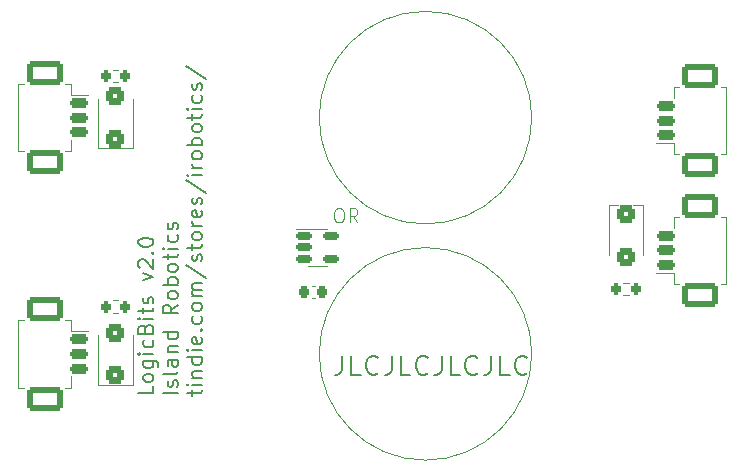
<source format=gbr>
%TF.GenerationSoftware,KiCad,Pcbnew,7.0.8*%
%TF.CreationDate,2024-03-12T18:38:59-04:00*%
%TF.ProjectId,ORgate,4f526761-7465-42e6-9b69-6361645f7063,rev?*%
%TF.SameCoordinates,Original*%
%TF.FileFunction,Legend,Top*%
%TF.FilePolarity,Positive*%
%FSLAX46Y46*%
G04 Gerber Fmt 4.6, Leading zero omitted, Abs format (unit mm)*
G04 Created by KiCad (PCBNEW 7.0.8) date 2024-03-12 18:38:59*
%MOMM*%
%LPD*%
G01*
G04 APERTURE LIST*
G04 Aperture macros list*
%AMRoundRect*
0 Rectangle with rounded corners*
0 $1 Rounding radius*
0 $2 $3 $4 $5 $6 $7 $8 $9 X,Y pos of 4 corners*
0 Add a 4 corners polygon primitive as box body*
4,1,4,$2,$3,$4,$5,$6,$7,$8,$9,$2,$3,0*
0 Add four circle primitives for the rounded corners*
1,1,$1+$1,$2,$3*
1,1,$1+$1,$4,$5*
1,1,$1+$1,$6,$7*
1,1,$1+$1,$8,$9*
0 Add four rect primitives between the rounded corners*
20,1,$1+$1,$2,$3,$4,$5,0*
20,1,$1+$1,$4,$5,$6,$7,0*
20,1,$1+$1,$6,$7,$8,$9,0*
20,1,$1+$1,$8,$9,$2,$3,0*%
G04 Aperture macros list end*
%ADD10C,0.100000*%
%ADD11C,0.142240*%
%ADD12C,0.101600*%
%ADD13C,0.120000*%
%ADD14RoundRect,0.200000X-0.600000X0.200000X-0.600000X-0.200000X0.600000X-0.200000X0.600000X0.200000X0*%
%ADD15RoundRect,0.250001X-1.249999X0.799999X-1.249999X-0.799999X1.249999X-0.799999X1.249999X0.799999X0*%
%ADD16O,2.600000X2.100000*%
%ADD17RoundRect,0.300000X0.500000X-0.450000X0.500000X0.450000X-0.500000X0.450000X-0.500000X-0.450000X0*%
%ADD18RoundRect,0.200000X0.600000X-0.200000X0.600000X0.200000X-0.600000X0.200000X-0.600000X-0.200000X0*%
%ADD19RoundRect,0.250001X1.249999X-0.799999X1.249999X0.799999X-1.249999X0.799999X-1.249999X-0.799999X0*%
%ADD20RoundRect,0.300000X-0.500000X0.450000X-0.500000X-0.450000X0.500000X-0.450000X0.500000X0.450000X0*%
%ADD21RoundRect,0.150000X-0.512500X-0.150000X0.512500X-0.150000X0.512500X0.150000X-0.512500X0.150000X0*%
%ADD22RoundRect,0.200000X-0.200000X-0.275000X0.200000X-0.275000X0.200000X0.275000X-0.200000X0.275000X0*%
%ADD23RoundRect,0.225000X0.225000X0.250000X-0.225000X0.250000X-0.225000X-0.250000X0.225000X-0.250000X0*%
G04 APERTURE END LIST*
D10*
X161501100Y-115003600D02*
G75*
G03*
X161501100Y-115003600I-9000000J0D01*
G01*
X161501100Y-95003600D02*
G75*
G03*
X161501100Y-95003600I-9000000J0D01*
G01*
D11*
X145451504Y-115160257D02*
X145451504Y-116328657D01*
X145451504Y-116328657D02*
X145373611Y-116562337D01*
X145373611Y-116562337D02*
X145217824Y-116718124D01*
X145217824Y-116718124D02*
X144984144Y-116796017D01*
X144984144Y-116796017D02*
X144828358Y-116796017D01*
X147009371Y-116796017D02*
X146230437Y-116796017D01*
X146230437Y-116796017D02*
X146230437Y-115160257D01*
X148489344Y-116640230D02*
X148411451Y-116718124D01*
X148411451Y-116718124D02*
X148177771Y-116796017D01*
X148177771Y-116796017D02*
X148021984Y-116796017D01*
X148021984Y-116796017D02*
X147788304Y-116718124D01*
X147788304Y-116718124D02*
X147632518Y-116562337D01*
X147632518Y-116562337D02*
X147554624Y-116406550D01*
X147554624Y-116406550D02*
X147476731Y-116094977D01*
X147476731Y-116094977D02*
X147476731Y-115861297D01*
X147476731Y-115861297D02*
X147554624Y-115549724D01*
X147554624Y-115549724D02*
X147632518Y-115393937D01*
X147632518Y-115393937D02*
X147788304Y-115238150D01*
X147788304Y-115238150D02*
X148021984Y-115160257D01*
X148021984Y-115160257D02*
X148177771Y-115160257D01*
X148177771Y-115160257D02*
X148411451Y-115238150D01*
X148411451Y-115238150D02*
X148489344Y-115316044D01*
X149657744Y-115160257D02*
X149657744Y-116328657D01*
X149657744Y-116328657D02*
X149579851Y-116562337D01*
X149579851Y-116562337D02*
X149424064Y-116718124D01*
X149424064Y-116718124D02*
X149190384Y-116796017D01*
X149190384Y-116796017D02*
X149034598Y-116796017D01*
X151215611Y-116796017D02*
X150436677Y-116796017D01*
X150436677Y-116796017D02*
X150436677Y-115160257D01*
X152695584Y-116640230D02*
X152617691Y-116718124D01*
X152617691Y-116718124D02*
X152384011Y-116796017D01*
X152384011Y-116796017D02*
X152228224Y-116796017D01*
X152228224Y-116796017D02*
X151994544Y-116718124D01*
X151994544Y-116718124D02*
X151838758Y-116562337D01*
X151838758Y-116562337D02*
X151760864Y-116406550D01*
X151760864Y-116406550D02*
X151682971Y-116094977D01*
X151682971Y-116094977D02*
X151682971Y-115861297D01*
X151682971Y-115861297D02*
X151760864Y-115549724D01*
X151760864Y-115549724D02*
X151838758Y-115393937D01*
X151838758Y-115393937D02*
X151994544Y-115238150D01*
X151994544Y-115238150D02*
X152228224Y-115160257D01*
X152228224Y-115160257D02*
X152384011Y-115160257D01*
X152384011Y-115160257D02*
X152617691Y-115238150D01*
X152617691Y-115238150D02*
X152695584Y-115316044D01*
X153863984Y-115160257D02*
X153863984Y-116328657D01*
X153863984Y-116328657D02*
X153786091Y-116562337D01*
X153786091Y-116562337D02*
X153630304Y-116718124D01*
X153630304Y-116718124D02*
X153396624Y-116796017D01*
X153396624Y-116796017D02*
X153240838Y-116796017D01*
X155421851Y-116796017D02*
X154642917Y-116796017D01*
X154642917Y-116796017D02*
X154642917Y-115160257D01*
X156901824Y-116640230D02*
X156823931Y-116718124D01*
X156823931Y-116718124D02*
X156590251Y-116796017D01*
X156590251Y-116796017D02*
X156434464Y-116796017D01*
X156434464Y-116796017D02*
X156200784Y-116718124D01*
X156200784Y-116718124D02*
X156044998Y-116562337D01*
X156044998Y-116562337D02*
X155967104Y-116406550D01*
X155967104Y-116406550D02*
X155889211Y-116094977D01*
X155889211Y-116094977D02*
X155889211Y-115861297D01*
X155889211Y-115861297D02*
X155967104Y-115549724D01*
X155967104Y-115549724D02*
X156044998Y-115393937D01*
X156044998Y-115393937D02*
X156200784Y-115238150D01*
X156200784Y-115238150D02*
X156434464Y-115160257D01*
X156434464Y-115160257D02*
X156590251Y-115160257D01*
X156590251Y-115160257D02*
X156823931Y-115238150D01*
X156823931Y-115238150D02*
X156901824Y-115316044D01*
X158070224Y-115160257D02*
X158070224Y-116328657D01*
X158070224Y-116328657D02*
X157992331Y-116562337D01*
X157992331Y-116562337D02*
X157836544Y-116718124D01*
X157836544Y-116718124D02*
X157602864Y-116796017D01*
X157602864Y-116796017D02*
X157447078Y-116796017D01*
X159628091Y-116796017D02*
X158849157Y-116796017D01*
X158849157Y-116796017D02*
X158849157Y-115160257D01*
X161108064Y-116640230D02*
X161030171Y-116718124D01*
X161030171Y-116718124D02*
X160796491Y-116796017D01*
X160796491Y-116796017D02*
X160640704Y-116796017D01*
X160640704Y-116796017D02*
X160407024Y-116718124D01*
X160407024Y-116718124D02*
X160251238Y-116562337D01*
X160251238Y-116562337D02*
X160173344Y-116406550D01*
X160173344Y-116406550D02*
X160095451Y-116094977D01*
X160095451Y-116094977D02*
X160095451Y-115861297D01*
X160095451Y-115861297D02*
X160173344Y-115549724D01*
X160173344Y-115549724D02*
X160251238Y-115393937D01*
X160251238Y-115393937D02*
X160407024Y-115238150D01*
X160407024Y-115238150D02*
X160640704Y-115160257D01*
X160640704Y-115160257D02*
X160796491Y-115160257D01*
X160796491Y-115160257D02*
X161030171Y-115238150D01*
X161030171Y-115238150D02*
X161108064Y-115316044D01*
X129463820Y-117742022D02*
X129463820Y-118351622D01*
X129463820Y-118351622D02*
X128183660Y-118351622D01*
X129463820Y-117132422D02*
X129402860Y-117254342D01*
X129402860Y-117254342D02*
X129341900Y-117315302D01*
X129341900Y-117315302D02*
X129219980Y-117376262D01*
X129219980Y-117376262D02*
X128854220Y-117376262D01*
X128854220Y-117376262D02*
X128732300Y-117315302D01*
X128732300Y-117315302D02*
X128671340Y-117254342D01*
X128671340Y-117254342D02*
X128610380Y-117132422D01*
X128610380Y-117132422D02*
X128610380Y-116949542D01*
X128610380Y-116949542D02*
X128671340Y-116827622D01*
X128671340Y-116827622D02*
X128732300Y-116766662D01*
X128732300Y-116766662D02*
X128854220Y-116705702D01*
X128854220Y-116705702D02*
X129219980Y-116705702D01*
X129219980Y-116705702D02*
X129341900Y-116766662D01*
X129341900Y-116766662D02*
X129402860Y-116827622D01*
X129402860Y-116827622D02*
X129463820Y-116949542D01*
X129463820Y-116949542D02*
X129463820Y-117132422D01*
X128610380Y-115608422D02*
X129646700Y-115608422D01*
X129646700Y-115608422D02*
X129768620Y-115669382D01*
X129768620Y-115669382D02*
X129829580Y-115730342D01*
X129829580Y-115730342D02*
X129890540Y-115852262D01*
X129890540Y-115852262D02*
X129890540Y-116035142D01*
X129890540Y-116035142D02*
X129829580Y-116157062D01*
X129402860Y-115608422D02*
X129463820Y-115730342D01*
X129463820Y-115730342D02*
X129463820Y-115974182D01*
X129463820Y-115974182D02*
X129402860Y-116096102D01*
X129402860Y-116096102D02*
X129341900Y-116157062D01*
X129341900Y-116157062D02*
X129219980Y-116218022D01*
X129219980Y-116218022D02*
X128854220Y-116218022D01*
X128854220Y-116218022D02*
X128732300Y-116157062D01*
X128732300Y-116157062D02*
X128671340Y-116096102D01*
X128671340Y-116096102D02*
X128610380Y-115974182D01*
X128610380Y-115974182D02*
X128610380Y-115730342D01*
X128610380Y-115730342D02*
X128671340Y-115608422D01*
X129463820Y-114998822D02*
X128610380Y-114998822D01*
X128183660Y-114998822D02*
X128244620Y-115059782D01*
X128244620Y-115059782D02*
X128305580Y-114998822D01*
X128305580Y-114998822D02*
X128244620Y-114937862D01*
X128244620Y-114937862D02*
X128183660Y-114998822D01*
X128183660Y-114998822D02*
X128305580Y-114998822D01*
X129402860Y-113840582D02*
X129463820Y-113962502D01*
X129463820Y-113962502D02*
X129463820Y-114206342D01*
X129463820Y-114206342D02*
X129402860Y-114328262D01*
X129402860Y-114328262D02*
X129341900Y-114389222D01*
X129341900Y-114389222D02*
X129219980Y-114450182D01*
X129219980Y-114450182D02*
X128854220Y-114450182D01*
X128854220Y-114450182D02*
X128732300Y-114389222D01*
X128732300Y-114389222D02*
X128671340Y-114328262D01*
X128671340Y-114328262D02*
X128610380Y-114206342D01*
X128610380Y-114206342D02*
X128610380Y-113962502D01*
X128610380Y-113962502D02*
X128671340Y-113840582D01*
X128793260Y-112865222D02*
X128854220Y-112682342D01*
X128854220Y-112682342D02*
X128915180Y-112621382D01*
X128915180Y-112621382D02*
X129037100Y-112560422D01*
X129037100Y-112560422D02*
X129219980Y-112560422D01*
X129219980Y-112560422D02*
X129341900Y-112621382D01*
X129341900Y-112621382D02*
X129402860Y-112682342D01*
X129402860Y-112682342D02*
X129463820Y-112804262D01*
X129463820Y-112804262D02*
X129463820Y-113291942D01*
X129463820Y-113291942D02*
X128183660Y-113291942D01*
X128183660Y-113291942D02*
X128183660Y-112865222D01*
X128183660Y-112865222D02*
X128244620Y-112743302D01*
X128244620Y-112743302D02*
X128305580Y-112682342D01*
X128305580Y-112682342D02*
X128427500Y-112621382D01*
X128427500Y-112621382D02*
X128549420Y-112621382D01*
X128549420Y-112621382D02*
X128671340Y-112682342D01*
X128671340Y-112682342D02*
X128732300Y-112743302D01*
X128732300Y-112743302D02*
X128793260Y-112865222D01*
X128793260Y-112865222D02*
X128793260Y-113291942D01*
X129463820Y-112011782D02*
X128610380Y-112011782D01*
X128183660Y-112011782D02*
X128244620Y-112072742D01*
X128244620Y-112072742D02*
X128305580Y-112011782D01*
X128305580Y-112011782D02*
X128244620Y-111950822D01*
X128244620Y-111950822D02*
X128183660Y-112011782D01*
X128183660Y-112011782D02*
X128305580Y-112011782D01*
X128610380Y-111585062D02*
X128610380Y-111097382D01*
X128183660Y-111402182D02*
X129280940Y-111402182D01*
X129280940Y-111402182D02*
X129402860Y-111341222D01*
X129402860Y-111341222D02*
X129463820Y-111219302D01*
X129463820Y-111219302D02*
X129463820Y-111097382D01*
X129402860Y-110731622D02*
X129463820Y-110609702D01*
X129463820Y-110609702D02*
X129463820Y-110365862D01*
X129463820Y-110365862D02*
X129402860Y-110243942D01*
X129402860Y-110243942D02*
X129280940Y-110182982D01*
X129280940Y-110182982D02*
X129219980Y-110182982D01*
X129219980Y-110182982D02*
X129098060Y-110243942D01*
X129098060Y-110243942D02*
X129037100Y-110365862D01*
X129037100Y-110365862D02*
X129037100Y-110548742D01*
X129037100Y-110548742D02*
X128976140Y-110670662D01*
X128976140Y-110670662D02*
X128854220Y-110731622D01*
X128854220Y-110731622D02*
X128793260Y-110731622D01*
X128793260Y-110731622D02*
X128671340Y-110670662D01*
X128671340Y-110670662D02*
X128610380Y-110548742D01*
X128610380Y-110548742D02*
X128610380Y-110365862D01*
X128610380Y-110365862D02*
X128671340Y-110243942D01*
X128610380Y-108780902D02*
X129463820Y-108476102D01*
X129463820Y-108476102D02*
X128610380Y-108171302D01*
X128305580Y-107744582D02*
X128244620Y-107683622D01*
X128244620Y-107683622D02*
X128183660Y-107561702D01*
X128183660Y-107561702D02*
X128183660Y-107256902D01*
X128183660Y-107256902D02*
X128244620Y-107134982D01*
X128244620Y-107134982D02*
X128305580Y-107074022D01*
X128305580Y-107074022D02*
X128427500Y-107013062D01*
X128427500Y-107013062D02*
X128549420Y-107013062D01*
X128549420Y-107013062D02*
X128732300Y-107074022D01*
X128732300Y-107074022D02*
X129463820Y-107805542D01*
X129463820Y-107805542D02*
X129463820Y-107013062D01*
X129341900Y-106464422D02*
X129402860Y-106403462D01*
X129402860Y-106403462D02*
X129463820Y-106464422D01*
X129463820Y-106464422D02*
X129402860Y-106525382D01*
X129402860Y-106525382D02*
X129341900Y-106464422D01*
X129341900Y-106464422D02*
X129463820Y-106464422D01*
X128183660Y-105610982D02*
X128183660Y-105489062D01*
X128183660Y-105489062D02*
X128244620Y-105367142D01*
X128244620Y-105367142D02*
X128305580Y-105306182D01*
X128305580Y-105306182D02*
X128427500Y-105245222D01*
X128427500Y-105245222D02*
X128671340Y-105184262D01*
X128671340Y-105184262D02*
X128976140Y-105184262D01*
X128976140Y-105184262D02*
X129219980Y-105245222D01*
X129219980Y-105245222D02*
X129341900Y-105306182D01*
X129341900Y-105306182D02*
X129402860Y-105367142D01*
X129402860Y-105367142D02*
X129463820Y-105489062D01*
X129463820Y-105489062D02*
X129463820Y-105610982D01*
X129463820Y-105610982D02*
X129402860Y-105732902D01*
X129402860Y-105732902D02*
X129341900Y-105793862D01*
X129341900Y-105793862D02*
X129219980Y-105854822D01*
X129219980Y-105854822D02*
X128976140Y-105915782D01*
X128976140Y-105915782D02*
X128671340Y-105915782D01*
X128671340Y-105915782D02*
X128427500Y-105854822D01*
X128427500Y-105854822D02*
X128305580Y-105793862D01*
X128305580Y-105793862D02*
X128244620Y-105732902D01*
X128244620Y-105732902D02*
X128183660Y-105610982D01*
X131524878Y-118351622D02*
X130244718Y-118351622D01*
X131463918Y-117802982D02*
X131524878Y-117681062D01*
X131524878Y-117681062D02*
X131524878Y-117437222D01*
X131524878Y-117437222D02*
X131463918Y-117315302D01*
X131463918Y-117315302D02*
X131341998Y-117254342D01*
X131341998Y-117254342D02*
X131281038Y-117254342D01*
X131281038Y-117254342D02*
X131159118Y-117315302D01*
X131159118Y-117315302D02*
X131098158Y-117437222D01*
X131098158Y-117437222D02*
X131098158Y-117620102D01*
X131098158Y-117620102D02*
X131037198Y-117742022D01*
X131037198Y-117742022D02*
X130915278Y-117802982D01*
X130915278Y-117802982D02*
X130854318Y-117802982D01*
X130854318Y-117802982D02*
X130732398Y-117742022D01*
X130732398Y-117742022D02*
X130671438Y-117620102D01*
X130671438Y-117620102D02*
X130671438Y-117437222D01*
X130671438Y-117437222D02*
X130732398Y-117315302D01*
X131524878Y-116522822D02*
X131463918Y-116644742D01*
X131463918Y-116644742D02*
X131341998Y-116705702D01*
X131341998Y-116705702D02*
X130244718Y-116705702D01*
X131524878Y-115486502D02*
X130854318Y-115486502D01*
X130854318Y-115486502D02*
X130732398Y-115547462D01*
X130732398Y-115547462D02*
X130671438Y-115669382D01*
X130671438Y-115669382D02*
X130671438Y-115913222D01*
X130671438Y-115913222D02*
X130732398Y-116035142D01*
X131463918Y-115486502D02*
X131524878Y-115608422D01*
X131524878Y-115608422D02*
X131524878Y-115913222D01*
X131524878Y-115913222D02*
X131463918Y-116035142D01*
X131463918Y-116035142D02*
X131341998Y-116096102D01*
X131341998Y-116096102D02*
X131220078Y-116096102D01*
X131220078Y-116096102D02*
X131098158Y-116035142D01*
X131098158Y-116035142D02*
X131037198Y-115913222D01*
X131037198Y-115913222D02*
X131037198Y-115608422D01*
X131037198Y-115608422D02*
X130976238Y-115486502D01*
X130671438Y-114876902D02*
X131524878Y-114876902D01*
X130793358Y-114876902D02*
X130732398Y-114815942D01*
X130732398Y-114815942D02*
X130671438Y-114694022D01*
X130671438Y-114694022D02*
X130671438Y-114511142D01*
X130671438Y-114511142D02*
X130732398Y-114389222D01*
X130732398Y-114389222D02*
X130854318Y-114328262D01*
X130854318Y-114328262D02*
X131524878Y-114328262D01*
X131524878Y-113170022D02*
X130244718Y-113170022D01*
X131463918Y-113170022D02*
X131524878Y-113291942D01*
X131524878Y-113291942D02*
X131524878Y-113535782D01*
X131524878Y-113535782D02*
X131463918Y-113657702D01*
X131463918Y-113657702D02*
X131402958Y-113718662D01*
X131402958Y-113718662D02*
X131281038Y-113779622D01*
X131281038Y-113779622D02*
X130915278Y-113779622D01*
X130915278Y-113779622D02*
X130793358Y-113718662D01*
X130793358Y-113718662D02*
X130732398Y-113657702D01*
X130732398Y-113657702D02*
X130671438Y-113535782D01*
X130671438Y-113535782D02*
X130671438Y-113291942D01*
X130671438Y-113291942D02*
X130732398Y-113170022D01*
X131524878Y-110853542D02*
X130915278Y-111280262D01*
X131524878Y-111585062D02*
X130244718Y-111585062D01*
X130244718Y-111585062D02*
X130244718Y-111097382D01*
X130244718Y-111097382D02*
X130305678Y-110975462D01*
X130305678Y-110975462D02*
X130366638Y-110914502D01*
X130366638Y-110914502D02*
X130488558Y-110853542D01*
X130488558Y-110853542D02*
X130671438Y-110853542D01*
X130671438Y-110853542D02*
X130793358Y-110914502D01*
X130793358Y-110914502D02*
X130854318Y-110975462D01*
X130854318Y-110975462D02*
X130915278Y-111097382D01*
X130915278Y-111097382D02*
X130915278Y-111585062D01*
X131524878Y-110122022D02*
X131463918Y-110243942D01*
X131463918Y-110243942D02*
X131402958Y-110304902D01*
X131402958Y-110304902D02*
X131281038Y-110365862D01*
X131281038Y-110365862D02*
X130915278Y-110365862D01*
X130915278Y-110365862D02*
X130793358Y-110304902D01*
X130793358Y-110304902D02*
X130732398Y-110243942D01*
X130732398Y-110243942D02*
X130671438Y-110122022D01*
X130671438Y-110122022D02*
X130671438Y-109939142D01*
X130671438Y-109939142D02*
X130732398Y-109817222D01*
X130732398Y-109817222D02*
X130793358Y-109756262D01*
X130793358Y-109756262D02*
X130915278Y-109695302D01*
X130915278Y-109695302D02*
X131281038Y-109695302D01*
X131281038Y-109695302D02*
X131402958Y-109756262D01*
X131402958Y-109756262D02*
X131463918Y-109817222D01*
X131463918Y-109817222D02*
X131524878Y-109939142D01*
X131524878Y-109939142D02*
X131524878Y-110122022D01*
X131524878Y-109146662D02*
X130244718Y-109146662D01*
X130732398Y-109146662D02*
X130671438Y-109024742D01*
X130671438Y-109024742D02*
X130671438Y-108780902D01*
X130671438Y-108780902D02*
X130732398Y-108658982D01*
X130732398Y-108658982D02*
X130793358Y-108598022D01*
X130793358Y-108598022D02*
X130915278Y-108537062D01*
X130915278Y-108537062D02*
X131281038Y-108537062D01*
X131281038Y-108537062D02*
X131402958Y-108598022D01*
X131402958Y-108598022D02*
X131463918Y-108658982D01*
X131463918Y-108658982D02*
X131524878Y-108780902D01*
X131524878Y-108780902D02*
X131524878Y-109024742D01*
X131524878Y-109024742D02*
X131463918Y-109146662D01*
X131524878Y-107805542D02*
X131463918Y-107927462D01*
X131463918Y-107927462D02*
X131402958Y-107988422D01*
X131402958Y-107988422D02*
X131281038Y-108049382D01*
X131281038Y-108049382D02*
X130915278Y-108049382D01*
X130915278Y-108049382D02*
X130793358Y-107988422D01*
X130793358Y-107988422D02*
X130732398Y-107927462D01*
X130732398Y-107927462D02*
X130671438Y-107805542D01*
X130671438Y-107805542D02*
X130671438Y-107622662D01*
X130671438Y-107622662D02*
X130732398Y-107500742D01*
X130732398Y-107500742D02*
X130793358Y-107439782D01*
X130793358Y-107439782D02*
X130915278Y-107378822D01*
X130915278Y-107378822D02*
X131281038Y-107378822D01*
X131281038Y-107378822D02*
X131402958Y-107439782D01*
X131402958Y-107439782D02*
X131463918Y-107500742D01*
X131463918Y-107500742D02*
X131524878Y-107622662D01*
X131524878Y-107622662D02*
X131524878Y-107805542D01*
X130671438Y-107013062D02*
X130671438Y-106525382D01*
X130244718Y-106830182D02*
X131341998Y-106830182D01*
X131341998Y-106830182D02*
X131463918Y-106769222D01*
X131463918Y-106769222D02*
X131524878Y-106647302D01*
X131524878Y-106647302D02*
X131524878Y-106525382D01*
X131524878Y-106098662D02*
X130671438Y-106098662D01*
X130244718Y-106098662D02*
X130305678Y-106159622D01*
X130305678Y-106159622D02*
X130366638Y-106098662D01*
X130366638Y-106098662D02*
X130305678Y-106037702D01*
X130305678Y-106037702D02*
X130244718Y-106098662D01*
X130244718Y-106098662D02*
X130366638Y-106098662D01*
X131463918Y-104940422D02*
X131524878Y-105062342D01*
X131524878Y-105062342D02*
X131524878Y-105306182D01*
X131524878Y-105306182D02*
X131463918Y-105428102D01*
X131463918Y-105428102D02*
X131402958Y-105489062D01*
X131402958Y-105489062D02*
X131281038Y-105550022D01*
X131281038Y-105550022D02*
X130915278Y-105550022D01*
X130915278Y-105550022D02*
X130793358Y-105489062D01*
X130793358Y-105489062D02*
X130732398Y-105428102D01*
X130732398Y-105428102D02*
X130671438Y-105306182D01*
X130671438Y-105306182D02*
X130671438Y-105062342D01*
X130671438Y-105062342D02*
X130732398Y-104940422D01*
X131463918Y-104452742D02*
X131524878Y-104330822D01*
X131524878Y-104330822D02*
X131524878Y-104086982D01*
X131524878Y-104086982D02*
X131463918Y-103965062D01*
X131463918Y-103965062D02*
X131341998Y-103904102D01*
X131341998Y-103904102D02*
X131281038Y-103904102D01*
X131281038Y-103904102D02*
X131159118Y-103965062D01*
X131159118Y-103965062D02*
X131098158Y-104086982D01*
X131098158Y-104086982D02*
X131098158Y-104269862D01*
X131098158Y-104269862D02*
X131037198Y-104391782D01*
X131037198Y-104391782D02*
X130915278Y-104452742D01*
X130915278Y-104452742D02*
X130854318Y-104452742D01*
X130854318Y-104452742D02*
X130732398Y-104391782D01*
X130732398Y-104391782D02*
X130671438Y-104269862D01*
X130671438Y-104269862D02*
X130671438Y-104086982D01*
X130671438Y-104086982D02*
X130732398Y-103965062D01*
X132732496Y-118534502D02*
X132732496Y-118046822D01*
X132305776Y-118351622D02*
X133403056Y-118351622D01*
X133403056Y-118351622D02*
X133524976Y-118290662D01*
X133524976Y-118290662D02*
X133585936Y-118168742D01*
X133585936Y-118168742D02*
X133585936Y-118046822D01*
X133585936Y-117620102D02*
X132732496Y-117620102D01*
X132305776Y-117620102D02*
X132366736Y-117681062D01*
X132366736Y-117681062D02*
X132427696Y-117620102D01*
X132427696Y-117620102D02*
X132366736Y-117559142D01*
X132366736Y-117559142D02*
X132305776Y-117620102D01*
X132305776Y-117620102D02*
X132427696Y-117620102D01*
X132732496Y-117010502D02*
X133585936Y-117010502D01*
X132854416Y-117010502D02*
X132793456Y-116949542D01*
X132793456Y-116949542D02*
X132732496Y-116827622D01*
X132732496Y-116827622D02*
X132732496Y-116644742D01*
X132732496Y-116644742D02*
X132793456Y-116522822D01*
X132793456Y-116522822D02*
X132915376Y-116461862D01*
X132915376Y-116461862D02*
X133585936Y-116461862D01*
X133585936Y-115303622D02*
X132305776Y-115303622D01*
X133524976Y-115303622D02*
X133585936Y-115425542D01*
X133585936Y-115425542D02*
X133585936Y-115669382D01*
X133585936Y-115669382D02*
X133524976Y-115791302D01*
X133524976Y-115791302D02*
X133464016Y-115852262D01*
X133464016Y-115852262D02*
X133342096Y-115913222D01*
X133342096Y-115913222D02*
X132976336Y-115913222D01*
X132976336Y-115913222D02*
X132854416Y-115852262D01*
X132854416Y-115852262D02*
X132793456Y-115791302D01*
X132793456Y-115791302D02*
X132732496Y-115669382D01*
X132732496Y-115669382D02*
X132732496Y-115425542D01*
X132732496Y-115425542D02*
X132793456Y-115303622D01*
X133585936Y-114694022D02*
X132732496Y-114694022D01*
X132305776Y-114694022D02*
X132366736Y-114754982D01*
X132366736Y-114754982D02*
X132427696Y-114694022D01*
X132427696Y-114694022D02*
X132366736Y-114633062D01*
X132366736Y-114633062D02*
X132305776Y-114694022D01*
X132305776Y-114694022D02*
X132427696Y-114694022D01*
X133524976Y-113596742D02*
X133585936Y-113718662D01*
X133585936Y-113718662D02*
X133585936Y-113962502D01*
X133585936Y-113962502D02*
X133524976Y-114084422D01*
X133524976Y-114084422D02*
X133403056Y-114145382D01*
X133403056Y-114145382D02*
X132915376Y-114145382D01*
X132915376Y-114145382D02*
X132793456Y-114084422D01*
X132793456Y-114084422D02*
X132732496Y-113962502D01*
X132732496Y-113962502D02*
X132732496Y-113718662D01*
X132732496Y-113718662D02*
X132793456Y-113596742D01*
X132793456Y-113596742D02*
X132915376Y-113535782D01*
X132915376Y-113535782D02*
X133037296Y-113535782D01*
X133037296Y-113535782D02*
X133159216Y-114145382D01*
X133464016Y-112987142D02*
X133524976Y-112926182D01*
X133524976Y-112926182D02*
X133585936Y-112987142D01*
X133585936Y-112987142D02*
X133524976Y-113048102D01*
X133524976Y-113048102D02*
X133464016Y-112987142D01*
X133464016Y-112987142D02*
X133585936Y-112987142D01*
X133524976Y-111828902D02*
X133585936Y-111950822D01*
X133585936Y-111950822D02*
X133585936Y-112194662D01*
X133585936Y-112194662D02*
X133524976Y-112316582D01*
X133524976Y-112316582D02*
X133464016Y-112377542D01*
X133464016Y-112377542D02*
X133342096Y-112438502D01*
X133342096Y-112438502D02*
X132976336Y-112438502D01*
X132976336Y-112438502D02*
X132854416Y-112377542D01*
X132854416Y-112377542D02*
X132793456Y-112316582D01*
X132793456Y-112316582D02*
X132732496Y-112194662D01*
X132732496Y-112194662D02*
X132732496Y-111950822D01*
X132732496Y-111950822D02*
X132793456Y-111828902D01*
X133585936Y-111097382D02*
X133524976Y-111219302D01*
X133524976Y-111219302D02*
X133464016Y-111280262D01*
X133464016Y-111280262D02*
X133342096Y-111341222D01*
X133342096Y-111341222D02*
X132976336Y-111341222D01*
X132976336Y-111341222D02*
X132854416Y-111280262D01*
X132854416Y-111280262D02*
X132793456Y-111219302D01*
X132793456Y-111219302D02*
X132732496Y-111097382D01*
X132732496Y-111097382D02*
X132732496Y-110914502D01*
X132732496Y-110914502D02*
X132793456Y-110792582D01*
X132793456Y-110792582D02*
X132854416Y-110731622D01*
X132854416Y-110731622D02*
X132976336Y-110670662D01*
X132976336Y-110670662D02*
X133342096Y-110670662D01*
X133342096Y-110670662D02*
X133464016Y-110731622D01*
X133464016Y-110731622D02*
X133524976Y-110792582D01*
X133524976Y-110792582D02*
X133585936Y-110914502D01*
X133585936Y-110914502D02*
X133585936Y-111097382D01*
X133585936Y-110122022D02*
X132732496Y-110122022D01*
X132854416Y-110122022D02*
X132793456Y-110061062D01*
X132793456Y-110061062D02*
X132732496Y-109939142D01*
X132732496Y-109939142D02*
X132732496Y-109756262D01*
X132732496Y-109756262D02*
X132793456Y-109634342D01*
X132793456Y-109634342D02*
X132915376Y-109573382D01*
X132915376Y-109573382D02*
X133585936Y-109573382D01*
X132915376Y-109573382D02*
X132793456Y-109512422D01*
X132793456Y-109512422D02*
X132732496Y-109390502D01*
X132732496Y-109390502D02*
X132732496Y-109207622D01*
X132732496Y-109207622D02*
X132793456Y-109085702D01*
X132793456Y-109085702D02*
X132915376Y-109024742D01*
X132915376Y-109024742D02*
X133585936Y-109024742D01*
X132244816Y-107500742D02*
X133890736Y-108598022D01*
X133524976Y-107134982D02*
X133585936Y-107013062D01*
X133585936Y-107013062D02*
X133585936Y-106769222D01*
X133585936Y-106769222D02*
X133524976Y-106647302D01*
X133524976Y-106647302D02*
X133403056Y-106586342D01*
X133403056Y-106586342D02*
X133342096Y-106586342D01*
X133342096Y-106586342D02*
X133220176Y-106647302D01*
X133220176Y-106647302D02*
X133159216Y-106769222D01*
X133159216Y-106769222D02*
X133159216Y-106952102D01*
X133159216Y-106952102D02*
X133098256Y-107074022D01*
X133098256Y-107074022D02*
X132976336Y-107134982D01*
X132976336Y-107134982D02*
X132915376Y-107134982D01*
X132915376Y-107134982D02*
X132793456Y-107074022D01*
X132793456Y-107074022D02*
X132732496Y-106952102D01*
X132732496Y-106952102D02*
X132732496Y-106769222D01*
X132732496Y-106769222D02*
X132793456Y-106647302D01*
X132732496Y-106220582D02*
X132732496Y-105732902D01*
X132305776Y-106037702D02*
X133403056Y-106037702D01*
X133403056Y-106037702D02*
X133524976Y-105976742D01*
X133524976Y-105976742D02*
X133585936Y-105854822D01*
X133585936Y-105854822D02*
X133585936Y-105732902D01*
X133585936Y-105123302D02*
X133524976Y-105245222D01*
X133524976Y-105245222D02*
X133464016Y-105306182D01*
X133464016Y-105306182D02*
X133342096Y-105367142D01*
X133342096Y-105367142D02*
X132976336Y-105367142D01*
X132976336Y-105367142D02*
X132854416Y-105306182D01*
X132854416Y-105306182D02*
X132793456Y-105245222D01*
X132793456Y-105245222D02*
X132732496Y-105123302D01*
X132732496Y-105123302D02*
X132732496Y-104940422D01*
X132732496Y-104940422D02*
X132793456Y-104818502D01*
X132793456Y-104818502D02*
X132854416Y-104757542D01*
X132854416Y-104757542D02*
X132976336Y-104696582D01*
X132976336Y-104696582D02*
X133342096Y-104696582D01*
X133342096Y-104696582D02*
X133464016Y-104757542D01*
X133464016Y-104757542D02*
X133524976Y-104818502D01*
X133524976Y-104818502D02*
X133585936Y-104940422D01*
X133585936Y-104940422D02*
X133585936Y-105123302D01*
X133585936Y-104147942D02*
X132732496Y-104147942D01*
X132976336Y-104147942D02*
X132854416Y-104086982D01*
X132854416Y-104086982D02*
X132793456Y-104026022D01*
X132793456Y-104026022D02*
X132732496Y-103904102D01*
X132732496Y-103904102D02*
X132732496Y-103782182D01*
X133524976Y-102867782D02*
X133585936Y-102989702D01*
X133585936Y-102989702D02*
X133585936Y-103233542D01*
X133585936Y-103233542D02*
X133524976Y-103355462D01*
X133524976Y-103355462D02*
X133403056Y-103416422D01*
X133403056Y-103416422D02*
X132915376Y-103416422D01*
X132915376Y-103416422D02*
X132793456Y-103355462D01*
X132793456Y-103355462D02*
X132732496Y-103233542D01*
X132732496Y-103233542D02*
X132732496Y-102989702D01*
X132732496Y-102989702D02*
X132793456Y-102867782D01*
X132793456Y-102867782D02*
X132915376Y-102806822D01*
X132915376Y-102806822D02*
X133037296Y-102806822D01*
X133037296Y-102806822D02*
X133159216Y-103416422D01*
X133524976Y-102319142D02*
X133585936Y-102197222D01*
X133585936Y-102197222D02*
X133585936Y-101953382D01*
X133585936Y-101953382D02*
X133524976Y-101831462D01*
X133524976Y-101831462D02*
X133403056Y-101770502D01*
X133403056Y-101770502D02*
X133342096Y-101770502D01*
X133342096Y-101770502D02*
X133220176Y-101831462D01*
X133220176Y-101831462D02*
X133159216Y-101953382D01*
X133159216Y-101953382D02*
X133159216Y-102136262D01*
X133159216Y-102136262D02*
X133098256Y-102258182D01*
X133098256Y-102258182D02*
X132976336Y-102319142D01*
X132976336Y-102319142D02*
X132915376Y-102319142D01*
X132915376Y-102319142D02*
X132793456Y-102258182D01*
X132793456Y-102258182D02*
X132732496Y-102136262D01*
X132732496Y-102136262D02*
X132732496Y-101953382D01*
X132732496Y-101953382D02*
X132793456Y-101831462D01*
X132244816Y-100307462D02*
X133890736Y-101404742D01*
X133585936Y-99880742D02*
X132732496Y-99880742D01*
X132305776Y-99880742D02*
X132366736Y-99941702D01*
X132366736Y-99941702D02*
X132427696Y-99880742D01*
X132427696Y-99880742D02*
X132366736Y-99819782D01*
X132366736Y-99819782D02*
X132305776Y-99880742D01*
X132305776Y-99880742D02*
X132427696Y-99880742D01*
X133585936Y-99271142D02*
X132732496Y-99271142D01*
X132976336Y-99271142D02*
X132854416Y-99210182D01*
X132854416Y-99210182D02*
X132793456Y-99149222D01*
X132793456Y-99149222D02*
X132732496Y-99027302D01*
X132732496Y-99027302D02*
X132732496Y-98905382D01*
X133585936Y-98295782D02*
X133524976Y-98417702D01*
X133524976Y-98417702D02*
X133464016Y-98478662D01*
X133464016Y-98478662D02*
X133342096Y-98539622D01*
X133342096Y-98539622D02*
X132976336Y-98539622D01*
X132976336Y-98539622D02*
X132854416Y-98478662D01*
X132854416Y-98478662D02*
X132793456Y-98417702D01*
X132793456Y-98417702D02*
X132732496Y-98295782D01*
X132732496Y-98295782D02*
X132732496Y-98112902D01*
X132732496Y-98112902D02*
X132793456Y-97990982D01*
X132793456Y-97990982D02*
X132854416Y-97930022D01*
X132854416Y-97930022D02*
X132976336Y-97869062D01*
X132976336Y-97869062D02*
X133342096Y-97869062D01*
X133342096Y-97869062D02*
X133464016Y-97930022D01*
X133464016Y-97930022D02*
X133524976Y-97990982D01*
X133524976Y-97990982D02*
X133585936Y-98112902D01*
X133585936Y-98112902D02*
X133585936Y-98295782D01*
X133585936Y-97320422D02*
X132305776Y-97320422D01*
X132793456Y-97320422D02*
X132732496Y-97198502D01*
X132732496Y-97198502D02*
X132732496Y-96954662D01*
X132732496Y-96954662D02*
X132793456Y-96832742D01*
X132793456Y-96832742D02*
X132854416Y-96771782D01*
X132854416Y-96771782D02*
X132976336Y-96710822D01*
X132976336Y-96710822D02*
X133342096Y-96710822D01*
X133342096Y-96710822D02*
X133464016Y-96771782D01*
X133464016Y-96771782D02*
X133524976Y-96832742D01*
X133524976Y-96832742D02*
X133585936Y-96954662D01*
X133585936Y-96954662D02*
X133585936Y-97198502D01*
X133585936Y-97198502D02*
X133524976Y-97320422D01*
X133585936Y-95979302D02*
X133524976Y-96101222D01*
X133524976Y-96101222D02*
X133464016Y-96162182D01*
X133464016Y-96162182D02*
X133342096Y-96223142D01*
X133342096Y-96223142D02*
X132976336Y-96223142D01*
X132976336Y-96223142D02*
X132854416Y-96162182D01*
X132854416Y-96162182D02*
X132793456Y-96101222D01*
X132793456Y-96101222D02*
X132732496Y-95979302D01*
X132732496Y-95979302D02*
X132732496Y-95796422D01*
X132732496Y-95796422D02*
X132793456Y-95674502D01*
X132793456Y-95674502D02*
X132854416Y-95613542D01*
X132854416Y-95613542D02*
X132976336Y-95552582D01*
X132976336Y-95552582D02*
X133342096Y-95552582D01*
X133342096Y-95552582D02*
X133464016Y-95613542D01*
X133464016Y-95613542D02*
X133524976Y-95674502D01*
X133524976Y-95674502D02*
X133585936Y-95796422D01*
X133585936Y-95796422D02*
X133585936Y-95979302D01*
X132732496Y-95186822D02*
X132732496Y-94699142D01*
X132305776Y-95003942D02*
X133403056Y-95003942D01*
X133403056Y-95003942D02*
X133524976Y-94942982D01*
X133524976Y-94942982D02*
X133585936Y-94821062D01*
X133585936Y-94821062D02*
X133585936Y-94699142D01*
X133585936Y-94272422D02*
X132732496Y-94272422D01*
X132305776Y-94272422D02*
X132366736Y-94333382D01*
X132366736Y-94333382D02*
X132427696Y-94272422D01*
X132427696Y-94272422D02*
X132366736Y-94211462D01*
X132366736Y-94211462D02*
X132305776Y-94272422D01*
X132305776Y-94272422D02*
X132427696Y-94272422D01*
X133524976Y-93114182D02*
X133585936Y-93236102D01*
X133585936Y-93236102D02*
X133585936Y-93479942D01*
X133585936Y-93479942D02*
X133524976Y-93601862D01*
X133524976Y-93601862D02*
X133464016Y-93662822D01*
X133464016Y-93662822D02*
X133342096Y-93723782D01*
X133342096Y-93723782D02*
X132976336Y-93723782D01*
X132976336Y-93723782D02*
X132854416Y-93662822D01*
X132854416Y-93662822D02*
X132793456Y-93601862D01*
X132793456Y-93601862D02*
X132732496Y-93479942D01*
X132732496Y-93479942D02*
X132732496Y-93236102D01*
X132732496Y-93236102D02*
X132793456Y-93114182D01*
X133524976Y-92626502D02*
X133585936Y-92504582D01*
X133585936Y-92504582D02*
X133585936Y-92260742D01*
X133585936Y-92260742D02*
X133524976Y-92138822D01*
X133524976Y-92138822D02*
X133403056Y-92077862D01*
X133403056Y-92077862D02*
X133342096Y-92077862D01*
X133342096Y-92077862D02*
X133220176Y-92138822D01*
X133220176Y-92138822D02*
X133159216Y-92260742D01*
X133159216Y-92260742D02*
X133159216Y-92443622D01*
X133159216Y-92443622D02*
X133098256Y-92565542D01*
X133098256Y-92565542D02*
X132976336Y-92626502D01*
X132976336Y-92626502D02*
X132915376Y-92626502D01*
X132915376Y-92626502D02*
X132793456Y-92565542D01*
X132793456Y-92565542D02*
X132732496Y-92443622D01*
X132732496Y-92443622D02*
X132732496Y-92260742D01*
X132732496Y-92260742D02*
X132793456Y-92138822D01*
X132244816Y-90614822D02*
X133890736Y-91712102D01*
D12*
X145068684Y-102686926D02*
X145291237Y-102686926D01*
X145291237Y-102686926D02*
X145402513Y-102742564D01*
X145402513Y-102742564D02*
X145513789Y-102853840D01*
X145513789Y-102853840D02*
X145569427Y-103076392D01*
X145569427Y-103076392D02*
X145569427Y-103465859D01*
X145569427Y-103465859D02*
X145513789Y-103688411D01*
X145513789Y-103688411D02*
X145402513Y-103799688D01*
X145402513Y-103799688D02*
X145291237Y-103855326D01*
X145291237Y-103855326D02*
X145068684Y-103855326D01*
X145068684Y-103855326D02*
X144957408Y-103799688D01*
X144957408Y-103799688D02*
X144846132Y-103688411D01*
X144846132Y-103688411D02*
X144790494Y-103465859D01*
X144790494Y-103465859D02*
X144790494Y-103076392D01*
X144790494Y-103076392D02*
X144846132Y-102853840D01*
X144846132Y-102853840D02*
X144957408Y-102742564D01*
X144957408Y-102742564D02*
X145068684Y-102686926D01*
X146737827Y-103855326D02*
X146348360Y-103298945D01*
X146070170Y-103855326D02*
X146070170Y-102686926D01*
X146070170Y-102686926D02*
X146515275Y-102686926D01*
X146515275Y-102686926D02*
X146626551Y-102742564D01*
X146626551Y-102742564D02*
X146682189Y-102798202D01*
X146682189Y-102798202D02*
X146737827Y-102909478D01*
X146737827Y-102909478D02*
X146737827Y-103076392D01*
X146737827Y-103076392D02*
X146682189Y-103187668D01*
X146682189Y-103187668D02*
X146626551Y-103243307D01*
X146626551Y-103243307D02*
X146515275Y-103298945D01*
X146515275Y-103298945D02*
X146070170Y-103298945D01*
D13*
%TO.C,J1*%
X122460000Y-92140000D02*
X122460000Y-93090000D01*
X122010000Y-92140000D02*
X122460000Y-92140000D01*
X118040000Y-92140000D02*
X118040000Y-97860000D01*
X122460000Y-97860000D02*
X122460000Y-96910000D01*
X118490000Y-92140000D02*
X118040000Y-92140000D01*
X122010000Y-97860000D02*
X122460000Y-97860000D01*
X122460000Y-93090000D02*
X123950000Y-93090000D01*
X118040000Y-97860000D02*
X118490000Y-97860000D01*
%TO.C,D2*%
X127710000Y-117600000D02*
X127710000Y-113400000D01*
X124790000Y-113400000D02*
X124790000Y-117600000D01*
X124790000Y-117600000D02*
X127710000Y-117600000D01*
%TO.C,J4*%
X177960000Y-92390000D02*
X177510000Y-92390000D01*
X173540000Y-98110000D02*
X173540000Y-97160000D01*
X177510000Y-98110000D02*
X177960000Y-98110000D01*
X177960000Y-98110000D02*
X177960000Y-92390000D01*
X173990000Y-92390000D02*
X173540000Y-92390000D01*
X173540000Y-92390000D02*
X173540000Y-93340000D01*
X173990000Y-98110000D02*
X173540000Y-98110000D01*
X173540000Y-97160000D02*
X172050000Y-97160000D01*
%TO.C,D3*%
X168040000Y-102400000D02*
X168040000Y-106600000D01*
X170960000Y-106600000D02*
X170960000Y-102400000D01*
X170960000Y-102400000D02*
X168040000Y-102400000D01*
%TO.C,U1*%
X143377500Y-107544000D02*
X144177500Y-107544000D01*
X143377500Y-107544000D02*
X142577500Y-107544000D01*
X143377500Y-104424000D02*
X141577500Y-104424000D01*
X143377500Y-104424000D02*
X144177500Y-104424000D01*
%TO.C,D1*%
X124790000Y-97600000D02*
X127710000Y-97600000D01*
X127710000Y-97600000D02*
X127710000Y-93400000D01*
X124790000Y-93400000D02*
X124790000Y-97600000D01*
%TO.C,R3*%
X169262742Y-110022500D02*
X169737258Y-110022500D01*
X169262742Y-108977500D02*
X169737258Y-108977500D01*
%TO.C,R1*%
X126012742Y-92022500D02*
X126487258Y-92022500D01*
X126012742Y-90977500D02*
X126487258Y-90977500D01*
%TO.C,C1*%
X143140580Y-109240000D02*
X142859420Y-109240000D01*
X143140580Y-110260000D02*
X142859420Y-110260000D01*
%TO.C,J3*%
X173990000Y-103390000D02*
X173540000Y-103390000D01*
X173540000Y-108160000D02*
X172050000Y-108160000D01*
X173990000Y-109110000D02*
X173540000Y-109110000D01*
X177960000Y-109110000D02*
X177960000Y-103390000D01*
X173540000Y-103390000D02*
X173540000Y-104340000D01*
X173540000Y-109110000D02*
X173540000Y-108160000D01*
X177510000Y-109110000D02*
X177960000Y-109110000D01*
X177960000Y-103390000D02*
X177510000Y-103390000D01*
%TO.C,J2*%
X118040000Y-112140000D02*
X118040000Y-117860000D01*
X122460000Y-113090000D02*
X123950000Y-113090000D01*
X118040000Y-117860000D02*
X118490000Y-117860000D01*
X122460000Y-112140000D02*
X122460000Y-113090000D01*
X122010000Y-112140000D02*
X122460000Y-112140000D01*
X122460000Y-117860000D02*
X122460000Y-116910000D01*
X122010000Y-117860000D02*
X122460000Y-117860000D01*
X118490000Y-112140000D02*
X118040000Y-112140000D01*
%TO.C,R2*%
X126012742Y-110477500D02*
X126487258Y-110477500D01*
X126012742Y-111522500D02*
X126487258Y-111522500D01*
%TD*%
%LPC*%
D14*
%TO.C,J1*%
X123150000Y-93750000D03*
X123150000Y-95000000D03*
X123150000Y-96250000D03*
D15*
X120250000Y-98800000D03*
X120250000Y-91200000D03*
%TD*%
D16*
%TO.C,D2*%
X126250000Y-115000000D03*
D17*
X126250000Y-116800000D03*
X126250000Y-113200000D03*
%TD*%
D18*
%TO.C,J4*%
X172850000Y-96500000D03*
X172850000Y-95250000D03*
X172850000Y-94000000D03*
D19*
X175750000Y-91450000D03*
X175750000Y-99050000D03*
%TD*%
D16*
%TO.C,D3*%
X169500000Y-105000000D03*
D20*
X169500000Y-103200000D03*
X169500000Y-106800000D03*
%TD*%
D21*
%TO.C,U1*%
X142240000Y-105034000D03*
X142240000Y-105984000D03*
X142240000Y-106934000D03*
X144515000Y-106934000D03*
X144515000Y-105034000D03*
%TD*%
D16*
%TO.C,D1*%
X126250000Y-95000000D03*
D17*
X126250000Y-96800000D03*
X126250000Y-93200000D03*
%TD*%
D22*
%TO.C,R3*%
X168675000Y-109500000D03*
X170325000Y-109500000D03*
%TD*%
%TO.C,R1*%
X125425000Y-91500000D03*
X127075000Y-91500000D03*
%TD*%
D23*
%TO.C,C1*%
X143775000Y-109750000D03*
X142225000Y-109750000D03*
%TD*%
D18*
%TO.C,J3*%
X172850000Y-107500000D03*
X172850000Y-106250000D03*
X172850000Y-105000000D03*
D19*
X175750000Y-102450000D03*
X175750000Y-110050000D03*
%TD*%
D14*
%TO.C,J2*%
X123150000Y-113750000D03*
X123150000Y-115000000D03*
X123150000Y-116250000D03*
D15*
X120250000Y-111200000D03*
X120250000Y-118800000D03*
%TD*%
D22*
%TO.C,R2*%
X125425000Y-111000000D03*
X127075000Y-111000000D03*
%TD*%
%LPD*%
M02*

</source>
